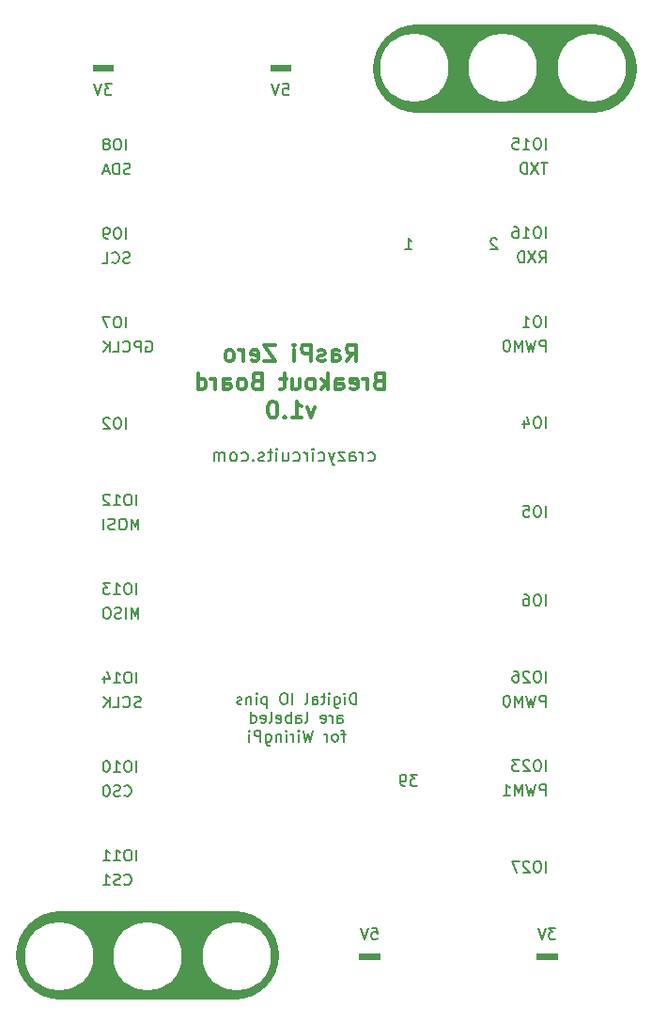
<source format=gbo>
%TF.GenerationSoftware,KiCad,Pcbnew,4.0.7-e2-6376~58~ubuntu16.04.1*%
%TF.CreationDate,2018-05-12T15:05:11-07:00*%
%TF.ProjectId,7x11-RasPi-Zero-Breakout,377831312D52617350692D5A65726F2D,1.0*%
%TF.FileFunction,Legend,Bot*%
%FSLAX46Y46*%
G04 Gerber Fmt 4.6, Leading zero omitted, Abs format (unit mm)*
G04 Created by KiCad (PCBNEW 4.0.7-e2-6376~58~ubuntu16.04.1) date Sat May 12 15:05:11 2018*
%MOMM*%
%LPD*%
G01*
G04 APERTURE LIST*
%ADD10C,0.350000*%
%ADD11C,0.152400*%
%ADD12C,0.300000*%
%ADD13C,8.000000*%
%ADD14C,0.600000*%
%ADD15C,0.177800*%
%ADD16C,0.150000*%
%ADD17C,6.152400*%
%ADD18R,1.879600X1.879600*%
%ADD19O,1.879600X1.879600*%
G04 APERTURE END LIST*
D10*
D11*
X36080095Y-98351219D02*
X36080095Y-97335219D01*
X35838190Y-97335219D01*
X35693048Y-97383600D01*
X35596286Y-97480362D01*
X35547905Y-97577124D01*
X35499524Y-97770648D01*
X35499524Y-97915790D01*
X35547905Y-98109314D01*
X35596286Y-98206076D01*
X35693048Y-98302838D01*
X35838190Y-98351219D01*
X36080095Y-98351219D01*
X35064095Y-98351219D02*
X35064095Y-97673886D01*
X35064095Y-97335219D02*
X35112476Y-97383600D01*
X35064095Y-97431981D01*
X35015714Y-97383600D01*
X35064095Y-97335219D01*
X35064095Y-97431981D01*
X34144857Y-97673886D02*
X34144857Y-98496362D01*
X34193238Y-98593124D01*
X34241619Y-98641505D01*
X34338380Y-98689886D01*
X34483523Y-98689886D01*
X34580285Y-98641505D01*
X34144857Y-98302838D02*
X34241619Y-98351219D01*
X34435142Y-98351219D01*
X34531904Y-98302838D01*
X34580285Y-98254457D01*
X34628666Y-98157695D01*
X34628666Y-97867410D01*
X34580285Y-97770648D01*
X34531904Y-97722267D01*
X34435142Y-97673886D01*
X34241619Y-97673886D01*
X34144857Y-97722267D01*
X33661047Y-98351219D02*
X33661047Y-97673886D01*
X33661047Y-97335219D02*
X33709428Y-97383600D01*
X33661047Y-97431981D01*
X33612666Y-97383600D01*
X33661047Y-97335219D01*
X33661047Y-97431981D01*
X33322380Y-97673886D02*
X32935332Y-97673886D01*
X33177237Y-97335219D02*
X33177237Y-98206076D01*
X33128856Y-98302838D01*
X33032094Y-98351219D01*
X32935332Y-98351219D01*
X32161238Y-98351219D02*
X32161238Y-97819029D01*
X32209619Y-97722267D01*
X32306381Y-97673886D01*
X32499904Y-97673886D01*
X32596666Y-97722267D01*
X32161238Y-98302838D02*
X32258000Y-98351219D01*
X32499904Y-98351219D01*
X32596666Y-98302838D01*
X32645047Y-98206076D01*
X32645047Y-98109314D01*
X32596666Y-98012552D01*
X32499904Y-97964171D01*
X32258000Y-97964171D01*
X32161238Y-97915790D01*
X31532285Y-98351219D02*
X31629047Y-98302838D01*
X31677428Y-98206076D01*
X31677428Y-97335219D01*
X30371143Y-98351219D02*
X30371143Y-97335219D01*
X29693809Y-97335219D02*
X29500286Y-97335219D01*
X29403524Y-97383600D01*
X29306762Y-97480362D01*
X29258381Y-97673886D01*
X29258381Y-98012552D01*
X29306762Y-98206076D01*
X29403524Y-98302838D01*
X29500286Y-98351219D01*
X29693809Y-98351219D01*
X29790571Y-98302838D01*
X29887333Y-98206076D01*
X29935714Y-98012552D01*
X29935714Y-97673886D01*
X29887333Y-97480362D01*
X29790571Y-97383600D01*
X29693809Y-97335219D01*
X28048857Y-97673886D02*
X28048857Y-98689886D01*
X28048857Y-97722267D02*
X27952095Y-97673886D01*
X27758572Y-97673886D01*
X27661810Y-97722267D01*
X27613429Y-97770648D01*
X27565048Y-97867410D01*
X27565048Y-98157695D01*
X27613429Y-98254457D01*
X27661810Y-98302838D01*
X27758572Y-98351219D01*
X27952095Y-98351219D01*
X28048857Y-98302838D01*
X27129619Y-98351219D02*
X27129619Y-97673886D01*
X27129619Y-97335219D02*
X27178000Y-97383600D01*
X27129619Y-97431981D01*
X27081238Y-97383600D01*
X27129619Y-97335219D01*
X27129619Y-97431981D01*
X26645809Y-97673886D02*
X26645809Y-98351219D01*
X26645809Y-97770648D02*
X26597428Y-97722267D01*
X26500666Y-97673886D01*
X26355524Y-97673886D01*
X26258762Y-97722267D01*
X26210381Y-97819029D01*
X26210381Y-98351219D01*
X25774952Y-98302838D02*
X25678190Y-98351219D01*
X25484666Y-98351219D01*
X25387905Y-98302838D01*
X25339524Y-98206076D01*
X25339524Y-98157695D01*
X25387905Y-98060933D01*
X25484666Y-98012552D01*
X25629809Y-98012552D01*
X25726571Y-97964171D01*
X25774952Y-97867410D01*
X25774952Y-97819029D01*
X25726571Y-97722267D01*
X25629809Y-97673886D01*
X25484666Y-97673886D01*
X25387905Y-97722267D01*
X34435142Y-100027619D02*
X34435142Y-99495429D01*
X34483523Y-99398667D01*
X34580285Y-99350286D01*
X34773808Y-99350286D01*
X34870570Y-99398667D01*
X34435142Y-99979238D02*
X34531904Y-100027619D01*
X34773808Y-100027619D01*
X34870570Y-99979238D01*
X34918951Y-99882476D01*
X34918951Y-99785714D01*
X34870570Y-99688952D01*
X34773808Y-99640571D01*
X34531904Y-99640571D01*
X34435142Y-99592190D01*
X33951332Y-100027619D02*
X33951332Y-99350286D01*
X33951332Y-99543810D02*
X33902951Y-99447048D01*
X33854570Y-99398667D01*
X33757808Y-99350286D01*
X33661047Y-99350286D01*
X32935333Y-99979238D02*
X33032095Y-100027619D01*
X33225618Y-100027619D01*
X33322380Y-99979238D01*
X33370761Y-99882476D01*
X33370761Y-99495429D01*
X33322380Y-99398667D01*
X33225618Y-99350286D01*
X33032095Y-99350286D01*
X32935333Y-99398667D01*
X32886952Y-99495429D01*
X32886952Y-99592190D01*
X33370761Y-99688952D01*
X31532285Y-100027619D02*
X31629047Y-99979238D01*
X31677428Y-99882476D01*
X31677428Y-99011619D01*
X30709810Y-100027619D02*
X30709810Y-99495429D01*
X30758191Y-99398667D01*
X30854953Y-99350286D01*
X31048476Y-99350286D01*
X31145238Y-99398667D01*
X30709810Y-99979238D02*
X30806572Y-100027619D01*
X31048476Y-100027619D01*
X31145238Y-99979238D01*
X31193619Y-99882476D01*
X31193619Y-99785714D01*
X31145238Y-99688952D01*
X31048476Y-99640571D01*
X30806572Y-99640571D01*
X30709810Y-99592190D01*
X30226000Y-100027619D02*
X30226000Y-99011619D01*
X30226000Y-99398667D02*
X30129238Y-99350286D01*
X29935715Y-99350286D01*
X29838953Y-99398667D01*
X29790572Y-99447048D01*
X29742191Y-99543810D01*
X29742191Y-99834095D01*
X29790572Y-99930857D01*
X29838953Y-99979238D01*
X29935715Y-100027619D01*
X30129238Y-100027619D01*
X30226000Y-99979238D01*
X28919715Y-99979238D02*
X29016477Y-100027619D01*
X29210000Y-100027619D01*
X29306762Y-99979238D01*
X29355143Y-99882476D01*
X29355143Y-99495429D01*
X29306762Y-99398667D01*
X29210000Y-99350286D01*
X29016477Y-99350286D01*
X28919715Y-99398667D01*
X28871334Y-99495429D01*
X28871334Y-99592190D01*
X29355143Y-99688952D01*
X28290762Y-100027619D02*
X28387524Y-99979238D01*
X28435905Y-99882476D01*
X28435905Y-99011619D01*
X27516668Y-99979238D02*
X27613430Y-100027619D01*
X27806953Y-100027619D01*
X27903715Y-99979238D01*
X27952096Y-99882476D01*
X27952096Y-99495429D01*
X27903715Y-99398667D01*
X27806953Y-99350286D01*
X27613430Y-99350286D01*
X27516668Y-99398667D01*
X27468287Y-99495429D01*
X27468287Y-99592190D01*
X27952096Y-99688952D01*
X26597430Y-100027619D02*
X26597430Y-99011619D01*
X26597430Y-99979238D02*
X26694192Y-100027619D01*
X26887715Y-100027619D01*
X26984477Y-99979238D01*
X27032858Y-99930857D01*
X27081239Y-99834095D01*
X27081239Y-99543810D01*
X27032858Y-99447048D01*
X26984477Y-99398667D01*
X26887715Y-99350286D01*
X26694192Y-99350286D01*
X26597430Y-99398667D01*
X35136666Y-101026686D02*
X34749618Y-101026686D01*
X34991523Y-101704019D02*
X34991523Y-100833162D01*
X34943142Y-100736400D01*
X34846380Y-100688019D01*
X34749618Y-100688019D01*
X34265809Y-101704019D02*
X34362571Y-101655638D01*
X34410952Y-101607257D01*
X34459333Y-101510495D01*
X34459333Y-101220210D01*
X34410952Y-101123448D01*
X34362571Y-101075067D01*
X34265809Y-101026686D01*
X34120667Y-101026686D01*
X34023905Y-101075067D01*
X33975524Y-101123448D01*
X33927143Y-101220210D01*
X33927143Y-101510495D01*
X33975524Y-101607257D01*
X34023905Y-101655638D01*
X34120667Y-101704019D01*
X34265809Y-101704019D01*
X33491714Y-101704019D02*
X33491714Y-101026686D01*
X33491714Y-101220210D02*
X33443333Y-101123448D01*
X33394952Y-101075067D01*
X33298190Y-101026686D01*
X33201429Y-101026686D01*
X32185429Y-100688019D02*
X31943524Y-101704019D01*
X31750001Y-100978305D01*
X31556477Y-101704019D01*
X31314572Y-100688019D01*
X30927524Y-101704019D02*
X30927524Y-101026686D01*
X30927524Y-100688019D02*
X30975905Y-100736400D01*
X30927524Y-100784781D01*
X30879143Y-100736400D01*
X30927524Y-100688019D01*
X30927524Y-100784781D01*
X30443714Y-101704019D02*
X30443714Y-101026686D01*
X30443714Y-101220210D02*
X30395333Y-101123448D01*
X30346952Y-101075067D01*
X30250190Y-101026686D01*
X30153429Y-101026686D01*
X29814762Y-101704019D02*
X29814762Y-101026686D01*
X29814762Y-100688019D02*
X29863143Y-100736400D01*
X29814762Y-100784781D01*
X29766381Y-100736400D01*
X29814762Y-100688019D01*
X29814762Y-100784781D01*
X29330952Y-101026686D02*
X29330952Y-101704019D01*
X29330952Y-101123448D02*
X29282571Y-101075067D01*
X29185809Y-101026686D01*
X29040667Y-101026686D01*
X28943905Y-101075067D01*
X28895524Y-101171829D01*
X28895524Y-101704019D01*
X27976286Y-101026686D02*
X27976286Y-101849162D01*
X28024667Y-101945924D01*
X28073048Y-101994305D01*
X28169809Y-102042686D01*
X28314952Y-102042686D01*
X28411714Y-101994305D01*
X27976286Y-101655638D02*
X28073048Y-101704019D01*
X28266571Y-101704019D01*
X28363333Y-101655638D01*
X28411714Y-101607257D01*
X28460095Y-101510495D01*
X28460095Y-101220210D01*
X28411714Y-101123448D01*
X28363333Y-101075067D01*
X28266571Y-101026686D01*
X28073048Y-101026686D01*
X27976286Y-101075067D01*
X27492476Y-101704019D02*
X27492476Y-100688019D01*
X27105429Y-100688019D01*
X27008667Y-100736400D01*
X26960286Y-100784781D01*
X26911905Y-100881543D01*
X26911905Y-101026686D01*
X26960286Y-101123448D01*
X27008667Y-101171829D01*
X27105429Y-101220210D01*
X27492476Y-101220210D01*
X26476476Y-101704019D02*
X26476476Y-101026686D01*
X26476476Y-100688019D02*
X26524857Y-100736400D01*
X26476476Y-100784781D01*
X26428095Y-100736400D01*
X26476476Y-100688019D01*
X26476476Y-100784781D01*
D12*
X35225999Y-67470571D02*
X35725999Y-66756286D01*
X36083142Y-67470571D02*
X36083142Y-65970571D01*
X35511714Y-65970571D01*
X35368856Y-66042000D01*
X35297428Y-66113429D01*
X35225999Y-66256286D01*
X35225999Y-66470571D01*
X35297428Y-66613429D01*
X35368856Y-66684857D01*
X35511714Y-66756286D01*
X36083142Y-66756286D01*
X33940285Y-67470571D02*
X33940285Y-66684857D01*
X34011714Y-66542000D01*
X34154571Y-66470571D01*
X34440285Y-66470571D01*
X34583142Y-66542000D01*
X33940285Y-67399143D02*
X34083142Y-67470571D01*
X34440285Y-67470571D01*
X34583142Y-67399143D01*
X34654571Y-67256286D01*
X34654571Y-67113429D01*
X34583142Y-66970571D01*
X34440285Y-66899143D01*
X34083142Y-66899143D01*
X33940285Y-66827714D01*
X33297428Y-67399143D02*
X33154571Y-67470571D01*
X32868856Y-67470571D01*
X32725999Y-67399143D01*
X32654571Y-67256286D01*
X32654571Y-67184857D01*
X32725999Y-67042000D01*
X32868856Y-66970571D01*
X33083142Y-66970571D01*
X33225999Y-66899143D01*
X33297428Y-66756286D01*
X33297428Y-66684857D01*
X33225999Y-66542000D01*
X33083142Y-66470571D01*
X32868856Y-66470571D01*
X32725999Y-66542000D01*
X32011713Y-67470571D02*
X32011713Y-65970571D01*
X31440285Y-65970571D01*
X31297427Y-66042000D01*
X31225999Y-66113429D01*
X31154570Y-66256286D01*
X31154570Y-66470571D01*
X31225999Y-66613429D01*
X31297427Y-66684857D01*
X31440285Y-66756286D01*
X32011713Y-66756286D01*
X30511713Y-67470571D02*
X30511713Y-66470571D01*
X30511713Y-65970571D02*
X30583142Y-66042000D01*
X30511713Y-66113429D01*
X30440285Y-66042000D01*
X30511713Y-65970571D01*
X30511713Y-66113429D01*
X28797427Y-65970571D02*
X27797427Y-65970571D01*
X28797427Y-67470571D01*
X27797427Y-67470571D01*
X26654571Y-67399143D02*
X26797428Y-67470571D01*
X27083142Y-67470571D01*
X27225999Y-67399143D01*
X27297428Y-67256286D01*
X27297428Y-66684857D01*
X27225999Y-66542000D01*
X27083142Y-66470571D01*
X26797428Y-66470571D01*
X26654571Y-66542000D01*
X26583142Y-66684857D01*
X26583142Y-66827714D01*
X27297428Y-66970571D01*
X25940285Y-67470571D02*
X25940285Y-66470571D01*
X25940285Y-66756286D02*
X25868857Y-66613429D01*
X25797428Y-66542000D01*
X25654571Y-66470571D01*
X25511714Y-66470571D01*
X24797428Y-67470571D02*
X24940286Y-67399143D01*
X25011714Y-67327714D01*
X25083143Y-67184857D01*
X25083143Y-66756286D01*
X25011714Y-66613429D01*
X24940286Y-66542000D01*
X24797428Y-66470571D01*
X24583143Y-66470571D01*
X24440286Y-66542000D01*
X24368857Y-66613429D01*
X24297428Y-66756286D01*
X24297428Y-67184857D01*
X24368857Y-67327714D01*
X24440286Y-67399143D01*
X24583143Y-67470571D01*
X24797428Y-67470571D01*
X38118857Y-69234857D02*
X37904571Y-69306286D01*
X37833143Y-69377714D01*
X37761714Y-69520571D01*
X37761714Y-69734857D01*
X37833143Y-69877714D01*
X37904571Y-69949143D01*
X38047429Y-70020571D01*
X38618857Y-70020571D01*
X38618857Y-68520571D01*
X38118857Y-68520571D01*
X37976000Y-68592000D01*
X37904571Y-68663429D01*
X37833143Y-68806286D01*
X37833143Y-68949143D01*
X37904571Y-69092000D01*
X37976000Y-69163429D01*
X38118857Y-69234857D01*
X38618857Y-69234857D01*
X37118857Y-70020571D02*
X37118857Y-69020571D01*
X37118857Y-69306286D02*
X37047429Y-69163429D01*
X36976000Y-69092000D01*
X36833143Y-69020571D01*
X36690286Y-69020571D01*
X35618858Y-69949143D02*
X35761715Y-70020571D01*
X36047429Y-70020571D01*
X36190286Y-69949143D01*
X36261715Y-69806286D01*
X36261715Y-69234857D01*
X36190286Y-69092000D01*
X36047429Y-69020571D01*
X35761715Y-69020571D01*
X35618858Y-69092000D01*
X35547429Y-69234857D01*
X35547429Y-69377714D01*
X36261715Y-69520571D01*
X34261715Y-70020571D02*
X34261715Y-69234857D01*
X34333144Y-69092000D01*
X34476001Y-69020571D01*
X34761715Y-69020571D01*
X34904572Y-69092000D01*
X34261715Y-69949143D02*
X34404572Y-70020571D01*
X34761715Y-70020571D01*
X34904572Y-69949143D01*
X34976001Y-69806286D01*
X34976001Y-69663429D01*
X34904572Y-69520571D01*
X34761715Y-69449143D01*
X34404572Y-69449143D01*
X34261715Y-69377714D01*
X33547429Y-70020571D02*
X33547429Y-68520571D01*
X33404572Y-69449143D02*
X32976001Y-70020571D01*
X32976001Y-69020571D02*
X33547429Y-69592000D01*
X32118857Y-70020571D02*
X32261715Y-69949143D01*
X32333143Y-69877714D01*
X32404572Y-69734857D01*
X32404572Y-69306286D01*
X32333143Y-69163429D01*
X32261715Y-69092000D01*
X32118857Y-69020571D01*
X31904572Y-69020571D01*
X31761715Y-69092000D01*
X31690286Y-69163429D01*
X31618857Y-69306286D01*
X31618857Y-69734857D01*
X31690286Y-69877714D01*
X31761715Y-69949143D01*
X31904572Y-70020571D01*
X32118857Y-70020571D01*
X30333143Y-69020571D02*
X30333143Y-70020571D01*
X30976000Y-69020571D02*
X30976000Y-69806286D01*
X30904572Y-69949143D01*
X30761714Y-70020571D01*
X30547429Y-70020571D01*
X30404572Y-69949143D01*
X30333143Y-69877714D01*
X29833143Y-69020571D02*
X29261714Y-69020571D01*
X29618857Y-68520571D02*
X29618857Y-69806286D01*
X29547429Y-69949143D01*
X29404571Y-70020571D01*
X29261714Y-70020571D01*
X27118857Y-69234857D02*
X26904571Y-69306286D01*
X26833143Y-69377714D01*
X26761714Y-69520571D01*
X26761714Y-69734857D01*
X26833143Y-69877714D01*
X26904571Y-69949143D01*
X27047429Y-70020571D01*
X27618857Y-70020571D01*
X27618857Y-68520571D01*
X27118857Y-68520571D01*
X26976000Y-68592000D01*
X26904571Y-68663429D01*
X26833143Y-68806286D01*
X26833143Y-68949143D01*
X26904571Y-69092000D01*
X26976000Y-69163429D01*
X27118857Y-69234857D01*
X27618857Y-69234857D01*
X25904571Y-70020571D02*
X26047429Y-69949143D01*
X26118857Y-69877714D01*
X26190286Y-69734857D01*
X26190286Y-69306286D01*
X26118857Y-69163429D01*
X26047429Y-69092000D01*
X25904571Y-69020571D01*
X25690286Y-69020571D01*
X25547429Y-69092000D01*
X25476000Y-69163429D01*
X25404571Y-69306286D01*
X25404571Y-69734857D01*
X25476000Y-69877714D01*
X25547429Y-69949143D01*
X25690286Y-70020571D01*
X25904571Y-70020571D01*
X24118857Y-70020571D02*
X24118857Y-69234857D01*
X24190286Y-69092000D01*
X24333143Y-69020571D01*
X24618857Y-69020571D01*
X24761714Y-69092000D01*
X24118857Y-69949143D02*
X24261714Y-70020571D01*
X24618857Y-70020571D01*
X24761714Y-69949143D01*
X24833143Y-69806286D01*
X24833143Y-69663429D01*
X24761714Y-69520571D01*
X24618857Y-69449143D01*
X24261714Y-69449143D01*
X24118857Y-69377714D01*
X23404571Y-70020571D02*
X23404571Y-69020571D01*
X23404571Y-69306286D02*
X23333143Y-69163429D01*
X23261714Y-69092000D01*
X23118857Y-69020571D01*
X22976000Y-69020571D01*
X21833143Y-70020571D02*
X21833143Y-68520571D01*
X21833143Y-69949143D02*
X21976000Y-70020571D01*
X22261714Y-70020571D01*
X22404572Y-69949143D01*
X22476000Y-69877714D01*
X22547429Y-69734857D01*
X22547429Y-69306286D01*
X22476000Y-69163429D01*
X22404572Y-69092000D01*
X22261714Y-69020571D01*
X21976000Y-69020571D01*
X21833143Y-69092000D01*
X32368856Y-71570571D02*
X32011713Y-72570571D01*
X31654571Y-71570571D01*
X30297428Y-72570571D02*
X31154571Y-72570571D01*
X30725999Y-72570571D02*
X30725999Y-71070571D01*
X30868856Y-71284857D01*
X31011714Y-71427714D01*
X31154571Y-71499143D01*
X29654571Y-72427714D02*
X29583143Y-72499143D01*
X29654571Y-72570571D01*
X29726000Y-72499143D01*
X29654571Y-72427714D01*
X29654571Y-72570571D01*
X28654571Y-71070571D02*
X28511714Y-71070571D01*
X28368857Y-71142000D01*
X28297428Y-71213429D01*
X28225999Y-71356286D01*
X28154571Y-71642000D01*
X28154571Y-71999143D01*
X28225999Y-72284857D01*
X28297428Y-72427714D01*
X28368857Y-72499143D01*
X28511714Y-72570571D01*
X28654571Y-72570571D01*
X28797428Y-72499143D01*
X28868857Y-72427714D01*
X28940285Y-72284857D01*
X29011714Y-71999143D01*
X29011714Y-71642000D01*
X28940285Y-71356286D01*
X28868857Y-71213429D01*
X28797428Y-71142000D01*
X28654571Y-71070571D01*
D13*
X41604000Y-41146000D02*
X57404000Y-41146000D01*
D14*
X24604000Y-41046000D02*
X33204000Y-41046000D01*
X8804000Y-41046000D02*
X17404000Y-41046000D01*
D13*
X25204000Y-120946000D02*
X9404000Y-120946000D01*
D14*
X42204000Y-121046000D02*
X33604000Y-121046000D01*
X58004000Y-121046000D02*
X49404000Y-121046000D01*
D15*
X37201928Y-76408643D02*
X37310785Y-76463071D01*
X37528499Y-76463071D01*
X37637357Y-76408643D01*
X37691785Y-76354214D01*
X37746214Y-76245357D01*
X37746214Y-75918786D01*
X37691785Y-75809929D01*
X37637357Y-75755500D01*
X37528499Y-75701071D01*
X37310785Y-75701071D01*
X37201928Y-75755500D01*
X36712071Y-76463071D02*
X36712071Y-75701071D01*
X36712071Y-75918786D02*
X36657643Y-75809929D01*
X36603214Y-75755500D01*
X36494357Y-75701071D01*
X36385500Y-75701071D01*
X35514643Y-76463071D02*
X35514643Y-75864357D01*
X35569072Y-75755500D01*
X35677929Y-75701071D01*
X35895643Y-75701071D01*
X36004500Y-75755500D01*
X35514643Y-76408643D02*
X35623500Y-76463071D01*
X35895643Y-76463071D01*
X36004500Y-76408643D01*
X36058929Y-76299786D01*
X36058929Y-76190929D01*
X36004500Y-76082071D01*
X35895643Y-76027643D01*
X35623500Y-76027643D01*
X35514643Y-75973214D01*
X35079214Y-75701071D02*
X34480500Y-75701071D01*
X35079214Y-76463071D01*
X34480500Y-76463071D01*
X34153928Y-75701071D02*
X33881785Y-76463071D01*
X33609643Y-75701071D02*
X33881785Y-76463071D01*
X33990643Y-76735214D01*
X34045071Y-76789643D01*
X34153928Y-76844071D01*
X32684357Y-76408643D02*
X32793214Y-76463071D01*
X33010928Y-76463071D01*
X33119786Y-76408643D01*
X33174214Y-76354214D01*
X33228643Y-76245357D01*
X33228643Y-75918786D01*
X33174214Y-75809929D01*
X33119786Y-75755500D01*
X33010928Y-75701071D01*
X32793214Y-75701071D01*
X32684357Y-75755500D01*
X32194500Y-76463071D02*
X32194500Y-75701071D01*
X32194500Y-75320071D02*
X32248929Y-75374500D01*
X32194500Y-75428929D01*
X32140072Y-75374500D01*
X32194500Y-75320071D01*
X32194500Y-75428929D01*
X31650214Y-76463071D02*
X31650214Y-75701071D01*
X31650214Y-75918786D02*
X31595786Y-75809929D01*
X31541357Y-75755500D01*
X31432500Y-75701071D01*
X31323643Y-75701071D01*
X30452786Y-76408643D02*
X30561643Y-76463071D01*
X30779357Y-76463071D01*
X30888215Y-76408643D01*
X30942643Y-76354214D01*
X30997072Y-76245357D01*
X30997072Y-75918786D01*
X30942643Y-75809929D01*
X30888215Y-75755500D01*
X30779357Y-75701071D01*
X30561643Y-75701071D01*
X30452786Y-75755500D01*
X29473072Y-75701071D02*
X29473072Y-76463071D01*
X29962929Y-75701071D02*
X29962929Y-76299786D01*
X29908501Y-76408643D01*
X29799643Y-76463071D01*
X29636358Y-76463071D01*
X29527501Y-76408643D01*
X29473072Y-76354214D01*
X28928786Y-76463071D02*
X28928786Y-75701071D01*
X28928786Y-75320071D02*
X28983215Y-75374500D01*
X28928786Y-75428929D01*
X28874358Y-75374500D01*
X28928786Y-75320071D01*
X28928786Y-75428929D01*
X28547786Y-75701071D02*
X28112357Y-75701071D01*
X28384500Y-75320071D02*
X28384500Y-76299786D01*
X28330072Y-76408643D01*
X28221214Y-76463071D01*
X28112357Y-76463071D01*
X27785786Y-76408643D02*
X27676929Y-76463071D01*
X27459214Y-76463071D01*
X27350357Y-76408643D01*
X27295929Y-76299786D01*
X27295929Y-76245357D01*
X27350357Y-76136500D01*
X27459214Y-76082071D01*
X27622500Y-76082071D01*
X27731357Y-76027643D01*
X27785786Y-75918786D01*
X27785786Y-75864357D01*
X27731357Y-75755500D01*
X27622500Y-75701071D01*
X27459214Y-75701071D01*
X27350357Y-75755500D01*
X26806071Y-76354214D02*
X26751643Y-76408643D01*
X26806071Y-76463071D01*
X26860500Y-76408643D01*
X26806071Y-76354214D01*
X26806071Y-76463071D01*
X25771928Y-76408643D02*
X25880785Y-76463071D01*
X26098499Y-76463071D01*
X26207357Y-76408643D01*
X26261785Y-76354214D01*
X26316214Y-76245357D01*
X26316214Y-75918786D01*
X26261785Y-75809929D01*
X26207357Y-75755500D01*
X26098499Y-75701071D01*
X25880785Y-75701071D01*
X25771928Y-75755500D01*
X25118785Y-76463071D02*
X25227643Y-76408643D01*
X25282071Y-76354214D01*
X25336500Y-76245357D01*
X25336500Y-75918786D01*
X25282071Y-75809929D01*
X25227643Y-75755500D01*
X25118785Y-75701071D01*
X24955500Y-75701071D01*
X24846643Y-75755500D01*
X24792214Y-75809929D01*
X24737785Y-75918786D01*
X24737785Y-76245357D01*
X24792214Y-76354214D01*
X24846643Y-76408643D01*
X24955500Y-76463071D01*
X25118785Y-76463071D01*
X24247928Y-76463071D02*
X24247928Y-75701071D01*
X24247928Y-75809929D02*
X24193500Y-75755500D01*
X24084642Y-75701071D01*
X23921357Y-75701071D01*
X23812500Y-75755500D01*
X23758071Y-75864357D01*
X23758071Y-76463071D01*
X23758071Y-75864357D02*
X23703642Y-75755500D01*
X23594785Y-75701071D01*
X23431500Y-75701071D01*
X23322642Y-75755500D01*
X23268214Y-75864357D01*
X23268214Y-76463071D01*
D16*
X37494476Y-118498381D02*
X37970667Y-118498381D01*
X38018286Y-118974571D01*
X37970667Y-118926952D01*
X37875429Y-118879333D01*
X37637333Y-118879333D01*
X37542095Y-118926952D01*
X37494476Y-118974571D01*
X37446857Y-119069810D01*
X37446857Y-119307905D01*
X37494476Y-119403143D01*
X37542095Y-119450762D01*
X37637333Y-119498381D01*
X37875429Y-119498381D01*
X37970667Y-119450762D01*
X38018286Y-119403143D01*
X37161143Y-118498381D02*
X36827810Y-119498381D01*
X36494476Y-118498381D01*
X15727810Y-50594548D02*
X15584953Y-50642167D01*
X15346857Y-50642167D01*
X15251619Y-50594548D01*
X15204000Y-50546929D01*
X15156381Y-50451691D01*
X15156381Y-50356453D01*
X15204000Y-50261215D01*
X15251619Y-50213596D01*
X15346857Y-50165976D01*
X15537334Y-50118357D01*
X15632572Y-50070738D01*
X15680191Y-50023119D01*
X15727810Y-49927881D01*
X15727810Y-49832643D01*
X15680191Y-49737405D01*
X15632572Y-49689786D01*
X15537334Y-49642167D01*
X15299238Y-49642167D01*
X15156381Y-49689786D01*
X14727810Y-50642167D02*
X14727810Y-49642167D01*
X14489715Y-49642167D01*
X14346857Y-49689786D01*
X14251619Y-49785024D01*
X14204000Y-49880262D01*
X14156381Y-50070738D01*
X14156381Y-50213596D01*
X14204000Y-50404072D01*
X14251619Y-50499310D01*
X14346857Y-50594548D01*
X14489715Y-50642167D01*
X14727810Y-50642167D01*
X13775429Y-50356453D02*
X13299238Y-50356453D01*
X13870667Y-50642167D02*
X13537334Y-49642167D01*
X13204000Y-50642167D01*
X15346857Y-48442167D02*
X15346857Y-47442167D01*
X14680191Y-47442167D02*
X14489714Y-47442167D01*
X14394476Y-47489786D01*
X14299238Y-47585024D01*
X14251619Y-47775500D01*
X14251619Y-48108834D01*
X14299238Y-48299310D01*
X14394476Y-48394548D01*
X14489714Y-48442167D01*
X14680191Y-48442167D01*
X14775429Y-48394548D01*
X14870667Y-48299310D01*
X14918286Y-48108834D01*
X14918286Y-47775500D01*
X14870667Y-47585024D01*
X14775429Y-47489786D01*
X14680191Y-47442167D01*
X13680191Y-47870738D02*
X13775429Y-47823119D01*
X13823048Y-47775500D01*
X13870667Y-47680262D01*
X13870667Y-47632643D01*
X13823048Y-47537405D01*
X13775429Y-47489786D01*
X13680191Y-47442167D01*
X13489714Y-47442167D01*
X13394476Y-47489786D01*
X13346857Y-47537405D01*
X13299238Y-47632643D01*
X13299238Y-47680262D01*
X13346857Y-47775500D01*
X13394476Y-47823119D01*
X13489714Y-47870738D01*
X13680191Y-47870738D01*
X13775429Y-47918357D01*
X13823048Y-47965976D01*
X13870667Y-48061215D01*
X13870667Y-48251691D01*
X13823048Y-48346929D01*
X13775429Y-48394548D01*
X13680191Y-48442167D01*
X13489714Y-48442167D01*
X13394476Y-48394548D01*
X13346857Y-48346929D01*
X13299238Y-48251691D01*
X13299238Y-48061215D01*
X13346857Y-47965976D01*
X13394476Y-47918357D01*
X13489714Y-47870738D01*
X15680190Y-58594548D02*
X15537333Y-58642167D01*
X15299237Y-58642167D01*
X15203999Y-58594548D01*
X15156380Y-58546929D01*
X15108761Y-58451691D01*
X15108761Y-58356453D01*
X15156380Y-58261215D01*
X15203999Y-58213596D01*
X15299237Y-58165976D01*
X15489714Y-58118357D01*
X15584952Y-58070738D01*
X15632571Y-58023119D01*
X15680190Y-57927881D01*
X15680190Y-57832643D01*
X15632571Y-57737405D01*
X15584952Y-57689786D01*
X15489714Y-57642167D01*
X15251618Y-57642167D01*
X15108761Y-57689786D01*
X14108761Y-58546929D02*
X14156380Y-58594548D01*
X14299237Y-58642167D01*
X14394475Y-58642167D01*
X14537333Y-58594548D01*
X14632571Y-58499310D01*
X14680190Y-58404072D01*
X14727809Y-58213596D01*
X14727809Y-58070738D01*
X14680190Y-57880262D01*
X14632571Y-57785024D01*
X14537333Y-57689786D01*
X14394475Y-57642167D01*
X14299237Y-57642167D01*
X14156380Y-57689786D01*
X14108761Y-57737405D01*
X13203999Y-58642167D02*
X13680190Y-58642167D01*
X13680190Y-57642167D01*
X15346857Y-73542167D02*
X15346857Y-72542167D01*
X14680191Y-72542167D02*
X14489714Y-72542167D01*
X14394476Y-72589786D01*
X14299238Y-72685024D01*
X14251619Y-72875500D01*
X14251619Y-73208834D01*
X14299238Y-73399310D01*
X14394476Y-73494548D01*
X14489714Y-73542167D01*
X14680191Y-73542167D01*
X14775429Y-73494548D01*
X14870667Y-73399310D01*
X14918286Y-73208834D01*
X14918286Y-72875500D01*
X14870667Y-72685024D01*
X14775429Y-72589786D01*
X14680191Y-72542167D01*
X13870667Y-72637405D02*
X13823048Y-72589786D01*
X13727810Y-72542167D01*
X13489714Y-72542167D01*
X13394476Y-72589786D01*
X13346857Y-72637405D01*
X13299238Y-72732643D01*
X13299238Y-72827881D01*
X13346857Y-72970738D01*
X13918286Y-73542167D01*
X13299238Y-73542167D01*
X15346857Y-56442167D02*
X15346857Y-55442167D01*
X14680191Y-55442167D02*
X14489714Y-55442167D01*
X14394476Y-55489786D01*
X14299238Y-55585024D01*
X14251619Y-55775500D01*
X14251619Y-56108834D01*
X14299238Y-56299310D01*
X14394476Y-56394548D01*
X14489714Y-56442167D01*
X14680191Y-56442167D01*
X14775429Y-56394548D01*
X14870667Y-56299310D01*
X14918286Y-56108834D01*
X14918286Y-55775500D01*
X14870667Y-55585024D01*
X14775429Y-55489786D01*
X14680191Y-55442167D01*
X13775429Y-56442167D02*
X13584953Y-56442167D01*
X13489714Y-56394548D01*
X13442095Y-56346929D01*
X13346857Y-56204072D01*
X13299238Y-56013596D01*
X13299238Y-55632643D01*
X13346857Y-55537405D01*
X13394476Y-55489786D01*
X13489714Y-55442167D01*
X13680191Y-55442167D01*
X13775429Y-55489786D01*
X13823048Y-55537405D01*
X13870667Y-55632643D01*
X13870667Y-55870738D01*
X13823048Y-55965976D01*
X13775429Y-56013596D01*
X13680191Y-56061215D01*
X13489714Y-56061215D01*
X13394476Y-56013596D01*
X13346857Y-55965976D01*
X13299238Y-55870738D01*
X15346857Y-64442167D02*
X15346857Y-63442167D01*
X14680191Y-63442167D02*
X14489714Y-63442167D01*
X14394476Y-63489786D01*
X14299238Y-63585024D01*
X14251619Y-63775500D01*
X14251619Y-64108834D01*
X14299238Y-64299310D01*
X14394476Y-64394548D01*
X14489714Y-64442167D01*
X14680191Y-64442167D01*
X14775429Y-64394548D01*
X14870667Y-64299310D01*
X14918286Y-64108834D01*
X14918286Y-63775500D01*
X14870667Y-63585024D01*
X14775429Y-63489786D01*
X14680191Y-63442167D01*
X13918286Y-63442167D02*
X13251619Y-63442167D01*
X13680191Y-64442167D01*
X17156381Y-65689786D02*
X17251619Y-65642167D01*
X17394476Y-65642167D01*
X17537334Y-65689786D01*
X17632572Y-65785024D01*
X17680191Y-65880262D01*
X17727810Y-66070738D01*
X17727810Y-66213596D01*
X17680191Y-66404072D01*
X17632572Y-66499310D01*
X17537334Y-66594548D01*
X17394476Y-66642167D01*
X17299238Y-66642167D01*
X17156381Y-66594548D01*
X17108762Y-66546929D01*
X17108762Y-66213596D01*
X17299238Y-66213596D01*
X16680191Y-66642167D02*
X16680191Y-65642167D01*
X16299238Y-65642167D01*
X16204000Y-65689786D01*
X16156381Y-65737405D01*
X16108762Y-65832643D01*
X16108762Y-65975500D01*
X16156381Y-66070738D01*
X16204000Y-66118357D01*
X16299238Y-66165976D01*
X16680191Y-66165976D01*
X15108762Y-66546929D02*
X15156381Y-66594548D01*
X15299238Y-66642167D01*
X15394476Y-66642167D01*
X15537334Y-66594548D01*
X15632572Y-66499310D01*
X15680191Y-66404072D01*
X15727810Y-66213596D01*
X15727810Y-66070738D01*
X15680191Y-65880262D01*
X15632572Y-65785024D01*
X15537334Y-65689786D01*
X15394476Y-65642167D01*
X15299238Y-65642167D01*
X15156381Y-65689786D01*
X15108762Y-65737405D01*
X14204000Y-66642167D02*
X14680191Y-66642167D01*
X14680191Y-65642167D01*
X13870667Y-66642167D02*
X13870667Y-65642167D01*
X13299238Y-66642167D02*
X13727810Y-66070738D01*
X13299238Y-65642167D02*
X13870667Y-66213596D01*
X15204000Y-106546929D02*
X15251619Y-106594548D01*
X15394476Y-106642167D01*
X15489714Y-106642167D01*
X15632572Y-106594548D01*
X15727810Y-106499310D01*
X15775429Y-106404072D01*
X15823048Y-106213596D01*
X15823048Y-106070738D01*
X15775429Y-105880262D01*
X15727810Y-105785024D01*
X15632572Y-105689786D01*
X15489714Y-105642167D01*
X15394476Y-105642167D01*
X15251619Y-105689786D01*
X15204000Y-105737405D01*
X14823048Y-106594548D02*
X14680191Y-106642167D01*
X14442095Y-106642167D01*
X14346857Y-106594548D01*
X14299238Y-106546929D01*
X14251619Y-106451691D01*
X14251619Y-106356453D01*
X14299238Y-106261215D01*
X14346857Y-106213596D01*
X14442095Y-106165976D01*
X14632572Y-106118357D01*
X14727810Y-106070738D01*
X14775429Y-106023119D01*
X14823048Y-105927881D01*
X14823048Y-105832643D01*
X14775429Y-105737405D01*
X14727810Y-105689786D01*
X14632572Y-105642167D01*
X14394476Y-105642167D01*
X14251619Y-105689786D01*
X13632572Y-105642167D02*
X13537333Y-105642167D01*
X13442095Y-105689786D01*
X13394476Y-105737405D01*
X13346857Y-105832643D01*
X13299238Y-106023119D01*
X13299238Y-106261215D01*
X13346857Y-106451691D01*
X13394476Y-106546929D01*
X13442095Y-106594548D01*
X13537333Y-106642167D01*
X13632572Y-106642167D01*
X13727810Y-106594548D01*
X13775429Y-106546929D01*
X13823048Y-106451691D01*
X13870667Y-106261215D01*
X13870667Y-106023119D01*
X13823048Y-105832643D01*
X13775429Y-105737405D01*
X13727810Y-105689786D01*
X13632572Y-105642167D01*
X16299237Y-112442167D02*
X16299237Y-111442167D01*
X15632571Y-111442167D02*
X15442094Y-111442167D01*
X15346856Y-111489786D01*
X15251618Y-111585024D01*
X15203999Y-111775500D01*
X15203999Y-112108834D01*
X15251618Y-112299310D01*
X15346856Y-112394548D01*
X15442094Y-112442167D01*
X15632571Y-112442167D01*
X15727809Y-112394548D01*
X15823047Y-112299310D01*
X15870666Y-112108834D01*
X15870666Y-111775500D01*
X15823047Y-111585024D01*
X15727809Y-111489786D01*
X15632571Y-111442167D01*
X14251618Y-112442167D02*
X14823047Y-112442167D01*
X14537333Y-112442167D02*
X14537333Y-111442167D01*
X14632571Y-111585024D01*
X14727809Y-111680262D01*
X14823047Y-111727881D01*
X13299237Y-112442167D02*
X13870666Y-112442167D01*
X13584952Y-112442167D02*
X13584952Y-111442167D01*
X13680190Y-111585024D01*
X13775428Y-111680262D01*
X13870666Y-111727881D01*
X16299237Y-104442167D02*
X16299237Y-103442167D01*
X15632571Y-103442167D02*
X15442094Y-103442167D01*
X15346856Y-103489786D01*
X15251618Y-103585024D01*
X15203999Y-103775500D01*
X15203999Y-104108834D01*
X15251618Y-104299310D01*
X15346856Y-104394548D01*
X15442094Y-104442167D01*
X15632571Y-104442167D01*
X15727809Y-104394548D01*
X15823047Y-104299310D01*
X15870666Y-104108834D01*
X15870666Y-103775500D01*
X15823047Y-103585024D01*
X15727809Y-103489786D01*
X15632571Y-103442167D01*
X14251618Y-104442167D02*
X14823047Y-104442167D01*
X14537333Y-104442167D02*
X14537333Y-103442167D01*
X14632571Y-103585024D01*
X14727809Y-103680262D01*
X14823047Y-103727881D01*
X13632571Y-103442167D02*
X13537332Y-103442167D01*
X13442094Y-103489786D01*
X13394475Y-103537405D01*
X13346856Y-103632643D01*
X13299237Y-103823119D01*
X13299237Y-104061215D01*
X13346856Y-104251691D01*
X13394475Y-104346929D01*
X13442094Y-104394548D01*
X13537332Y-104442167D01*
X13632571Y-104442167D01*
X13727809Y-104394548D01*
X13775428Y-104346929D01*
X13823047Y-104251691D01*
X13870666Y-104061215D01*
X13870666Y-103823119D01*
X13823047Y-103632643D01*
X13775428Y-103537405D01*
X13727809Y-103489786D01*
X13632571Y-103442167D01*
X15204000Y-114546929D02*
X15251619Y-114594548D01*
X15394476Y-114642167D01*
X15489714Y-114642167D01*
X15632572Y-114594548D01*
X15727810Y-114499310D01*
X15775429Y-114404072D01*
X15823048Y-114213596D01*
X15823048Y-114070738D01*
X15775429Y-113880262D01*
X15727810Y-113785024D01*
X15632572Y-113689786D01*
X15489714Y-113642167D01*
X15394476Y-113642167D01*
X15251619Y-113689786D01*
X15204000Y-113737405D01*
X14823048Y-114594548D02*
X14680191Y-114642167D01*
X14442095Y-114642167D01*
X14346857Y-114594548D01*
X14299238Y-114546929D01*
X14251619Y-114451691D01*
X14251619Y-114356453D01*
X14299238Y-114261215D01*
X14346857Y-114213596D01*
X14442095Y-114165976D01*
X14632572Y-114118357D01*
X14727810Y-114070738D01*
X14775429Y-114023119D01*
X14823048Y-113927881D01*
X14823048Y-113832643D01*
X14775429Y-113737405D01*
X14727810Y-113689786D01*
X14632572Y-113642167D01*
X14394476Y-113642167D01*
X14251619Y-113689786D01*
X13299238Y-114642167D02*
X13870667Y-114642167D01*
X13584953Y-114642167D02*
X13584953Y-113642167D01*
X13680191Y-113785024D01*
X13775429Y-113880262D01*
X13870667Y-113927881D01*
X16299237Y-80442167D02*
X16299237Y-79442167D01*
X15632571Y-79442167D02*
X15442094Y-79442167D01*
X15346856Y-79489786D01*
X15251618Y-79585024D01*
X15203999Y-79775500D01*
X15203999Y-80108834D01*
X15251618Y-80299310D01*
X15346856Y-80394548D01*
X15442094Y-80442167D01*
X15632571Y-80442167D01*
X15727809Y-80394548D01*
X15823047Y-80299310D01*
X15870666Y-80108834D01*
X15870666Y-79775500D01*
X15823047Y-79585024D01*
X15727809Y-79489786D01*
X15632571Y-79442167D01*
X14251618Y-80442167D02*
X14823047Y-80442167D01*
X14537333Y-80442167D02*
X14537333Y-79442167D01*
X14632571Y-79585024D01*
X14727809Y-79680262D01*
X14823047Y-79727881D01*
X13870666Y-79537405D02*
X13823047Y-79489786D01*
X13727809Y-79442167D01*
X13489713Y-79442167D01*
X13394475Y-79489786D01*
X13346856Y-79537405D01*
X13299237Y-79632643D01*
X13299237Y-79727881D01*
X13346856Y-79870738D01*
X13918285Y-80442167D01*
X13299237Y-80442167D01*
X16299237Y-88442167D02*
X16299237Y-87442167D01*
X15632571Y-87442167D02*
X15442094Y-87442167D01*
X15346856Y-87489786D01*
X15251618Y-87585024D01*
X15203999Y-87775500D01*
X15203999Y-88108834D01*
X15251618Y-88299310D01*
X15346856Y-88394548D01*
X15442094Y-88442167D01*
X15632571Y-88442167D01*
X15727809Y-88394548D01*
X15823047Y-88299310D01*
X15870666Y-88108834D01*
X15870666Y-87775500D01*
X15823047Y-87585024D01*
X15727809Y-87489786D01*
X15632571Y-87442167D01*
X14251618Y-88442167D02*
X14823047Y-88442167D01*
X14537333Y-88442167D02*
X14537333Y-87442167D01*
X14632571Y-87585024D01*
X14727809Y-87680262D01*
X14823047Y-87727881D01*
X13918285Y-87442167D02*
X13299237Y-87442167D01*
X13632571Y-87823119D01*
X13489713Y-87823119D01*
X13394475Y-87870738D01*
X13346856Y-87918357D01*
X13299237Y-88013596D01*
X13299237Y-88251691D01*
X13346856Y-88346929D01*
X13394475Y-88394548D01*
X13489713Y-88442167D01*
X13775428Y-88442167D01*
X13870666Y-88394548D01*
X13918285Y-88346929D01*
X16299237Y-96442167D02*
X16299237Y-95442167D01*
X15632571Y-95442167D02*
X15442094Y-95442167D01*
X15346856Y-95489786D01*
X15251618Y-95585024D01*
X15203999Y-95775500D01*
X15203999Y-96108834D01*
X15251618Y-96299310D01*
X15346856Y-96394548D01*
X15442094Y-96442167D01*
X15632571Y-96442167D01*
X15727809Y-96394548D01*
X15823047Y-96299310D01*
X15870666Y-96108834D01*
X15870666Y-95775500D01*
X15823047Y-95585024D01*
X15727809Y-95489786D01*
X15632571Y-95442167D01*
X14251618Y-96442167D02*
X14823047Y-96442167D01*
X14537333Y-96442167D02*
X14537333Y-95442167D01*
X14632571Y-95585024D01*
X14727809Y-95680262D01*
X14823047Y-95727881D01*
X13394475Y-95775500D02*
X13394475Y-96442167D01*
X13632571Y-95394548D02*
X13870666Y-96108834D01*
X13251618Y-96108834D01*
X16489713Y-82642167D02*
X16489713Y-81642167D01*
X16156379Y-82356453D01*
X15823046Y-81642167D01*
X15823046Y-82642167D01*
X15156380Y-81642167D02*
X14965903Y-81642167D01*
X14870665Y-81689786D01*
X14775427Y-81785024D01*
X14727808Y-81975500D01*
X14727808Y-82308834D01*
X14775427Y-82499310D01*
X14870665Y-82594548D01*
X14965903Y-82642167D01*
X15156380Y-82642167D01*
X15251618Y-82594548D01*
X15346856Y-82499310D01*
X15394475Y-82308834D01*
X15394475Y-81975500D01*
X15346856Y-81785024D01*
X15251618Y-81689786D01*
X15156380Y-81642167D01*
X14346856Y-82594548D02*
X14203999Y-82642167D01*
X13965903Y-82642167D01*
X13870665Y-82594548D01*
X13823046Y-82546929D01*
X13775427Y-82451691D01*
X13775427Y-82356453D01*
X13823046Y-82261215D01*
X13870665Y-82213596D01*
X13965903Y-82165976D01*
X14156380Y-82118357D01*
X14251618Y-82070738D01*
X14299237Y-82023119D01*
X14346856Y-81927881D01*
X14346856Y-81832643D01*
X14299237Y-81737405D01*
X14251618Y-81689786D01*
X14156380Y-81642167D01*
X13918284Y-81642167D01*
X13775427Y-81689786D01*
X13346856Y-82642167D02*
X13346856Y-81642167D01*
X16489713Y-90642167D02*
X16489713Y-89642167D01*
X16156379Y-90356453D01*
X15823046Y-89642167D01*
X15823046Y-90642167D01*
X15346856Y-90642167D02*
X15346856Y-89642167D01*
X14918285Y-90594548D02*
X14775428Y-90642167D01*
X14537332Y-90642167D01*
X14442094Y-90594548D01*
X14394475Y-90546929D01*
X14346856Y-90451691D01*
X14346856Y-90356453D01*
X14394475Y-90261215D01*
X14442094Y-90213596D01*
X14537332Y-90165976D01*
X14727809Y-90118357D01*
X14823047Y-90070738D01*
X14870666Y-90023119D01*
X14918285Y-89927881D01*
X14918285Y-89832643D01*
X14870666Y-89737405D01*
X14823047Y-89689786D01*
X14727809Y-89642167D01*
X14489713Y-89642167D01*
X14346856Y-89689786D01*
X13727809Y-89642167D02*
X13537332Y-89642167D01*
X13442094Y-89689786D01*
X13346856Y-89785024D01*
X13299237Y-89975500D01*
X13299237Y-90308834D01*
X13346856Y-90499310D01*
X13442094Y-90594548D01*
X13537332Y-90642167D01*
X13727809Y-90642167D01*
X13823047Y-90594548D01*
X13918285Y-90499310D01*
X13965904Y-90308834D01*
X13965904Y-89975500D01*
X13918285Y-89785024D01*
X13823047Y-89689786D01*
X13727809Y-89642167D01*
X16680190Y-98594548D02*
X16537333Y-98642167D01*
X16299237Y-98642167D01*
X16203999Y-98594548D01*
X16156380Y-98546929D01*
X16108761Y-98451691D01*
X16108761Y-98356453D01*
X16156380Y-98261215D01*
X16203999Y-98213596D01*
X16299237Y-98165976D01*
X16489714Y-98118357D01*
X16584952Y-98070738D01*
X16632571Y-98023119D01*
X16680190Y-97927881D01*
X16680190Y-97832643D01*
X16632571Y-97737405D01*
X16584952Y-97689786D01*
X16489714Y-97642167D01*
X16251618Y-97642167D01*
X16108761Y-97689786D01*
X15108761Y-98546929D02*
X15156380Y-98594548D01*
X15299237Y-98642167D01*
X15394475Y-98642167D01*
X15537333Y-98594548D01*
X15632571Y-98499310D01*
X15680190Y-98404072D01*
X15727809Y-98213596D01*
X15727809Y-98070738D01*
X15680190Y-97880262D01*
X15632571Y-97785024D01*
X15537333Y-97689786D01*
X15394475Y-97642167D01*
X15299237Y-97642167D01*
X15156380Y-97689786D01*
X15108761Y-97737405D01*
X14203999Y-98642167D02*
X14680190Y-98642167D01*
X14680190Y-97642167D01*
X13870666Y-98642167D02*
X13870666Y-97642167D01*
X13299237Y-98642167D02*
X13727809Y-98070738D01*
X13299237Y-97642167D02*
X13870666Y-98213596D01*
X53184516Y-106574517D02*
X53184516Y-105574517D01*
X52803563Y-105574517D01*
X52708325Y-105622136D01*
X52660706Y-105669755D01*
X52613087Y-105764993D01*
X52613087Y-105907850D01*
X52660706Y-106003088D01*
X52708325Y-106050707D01*
X52803563Y-106098326D01*
X53184516Y-106098326D01*
X52279754Y-105574517D02*
X52041659Y-106574517D01*
X51851182Y-105860231D01*
X51660706Y-106574517D01*
X51422611Y-105574517D01*
X51041659Y-106574517D02*
X51041659Y-105574517D01*
X50708325Y-106288803D01*
X50374992Y-105574517D01*
X50374992Y-106574517D01*
X49374992Y-106574517D02*
X49946421Y-106574517D01*
X49660707Y-106574517D02*
X49660707Y-105574517D01*
X49755945Y-105717374D01*
X49851183Y-105812612D01*
X49946421Y-105860231D01*
X53184516Y-98574517D02*
X53184516Y-97574517D01*
X52803563Y-97574517D01*
X52708325Y-97622136D01*
X52660706Y-97669755D01*
X52613087Y-97764993D01*
X52613087Y-97907850D01*
X52660706Y-98003088D01*
X52708325Y-98050707D01*
X52803563Y-98098326D01*
X53184516Y-98098326D01*
X52279754Y-97574517D02*
X52041659Y-98574517D01*
X51851182Y-97860231D01*
X51660706Y-98574517D01*
X51422611Y-97574517D01*
X51041659Y-98574517D02*
X51041659Y-97574517D01*
X50708325Y-98288803D01*
X50374992Y-97574517D01*
X50374992Y-98574517D01*
X49708326Y-97574517D02*
X49613087Y-97574517D01*
X49517849Y-97622136D01*
X49470230Y-97669755D01*
X49422611Y-97764993D01*
X49374992Y-97955469D01*
X49374992Y-98193565D01*
X49422611Y-98384041D01*
X49470230Y-98479279D01*
X49517849Y-98526898D01*
X49613087Y-98574517D01*
X49708326Y-98574517D01*
X49803564Y-98526898D01*
X49851183Y-98479279D01*
X49898802Y-98384041D01*
X49946421Y-98193565D01*
X49946421Y-97955469D01*
X49898802Y-97764993D01*
X49851183Y-97669755D01*
X49803564Y-97622136D01*
X49708326Y-97574517D01*
X53184517Y-89474517D02*
X53184517Y-88474517D01*
X52517851Y-88474517D02*
X52327374Y-88474517D01*
X52232136Y-88522136D01*
X52136898Y-88617374D01*
X52089279Y-88807850D01*
X52089279Y-89141184D01*
X52136898Y-89331660D01*
X52232136Y-89426898D01*
X52327374Y-89474517D01*
X52517851Y-89474517D01*
X52613089Y-89426898D01*
X52708327Y-89331660D01*
X52755946Y-89141184D01*
X52755946Y-88807850D01*
X52708327Y-88617374D01*
X52613089Y-88522136D01*
X52517851Y-88474517D01*
X51232136Y-88474517D02*
X51422613Y-88474517D01*
X51517851Y-88522136D01*
X51565470Y-88569755D01*
X51660708Y-88712612D01*
X51708327Y-88903088D01*
X51708327Y-89284041D01*
X51660708Y-89379279D01*
X51613089Y-89426898D01*
X51517851Y-89474517D01*
X51327374Y-89474517D01*
X51232136Y-89426898D01*
X51184517Y-89379279D01*
X51136898Y-89284041D01*
X51136898Y-89045946D01*
X51184517Y-88950707D01*
X51232136Y-88903088D01*
X51327374Y-88855469D01*
X51517851Y-88855469D01*
X51613089Y-88903088D01*
X51660708Y-88950707D01*
X51708327Y-89045946D01*
X53184516Y-96374517D02*
X53184516Y-95374517D01*
X52517850Y-95374517D02*
X52327373Y-95374517D01*
X52232135Y-95422136D01*
X52136897Y-95517374D01*
X52089278Y-95707850D01*
X52089278Y-96041184D01*
X52136897Y-96231660D01*
X52232135Y-96326898D01*
X52327373Y-96374517D01*
X52517850Y-96374517D01*
X52613088Y-96326898D01*
X52708326Y-96231660D01*
X52755945Y-96041184D01*
X52755945Y-95707850D01*
X52708326Y-95517374D01*
X52613088Y-95422136D01*
X52517850Y-95374517D01*
X51708326Y-95469755D02*
X51660707Y-95422136D01*
X51565469Y-95374517D01*
X51327373Y-95374517D01*
X51232135Y-95422136D01*
X51184516Y-95469755D01*
X51136897Y-95564993D01*
X51136897Y-95660231D01*
X51184516Y-95803088D01*
X51755945Y-96374517D01*
X51136897Y-96374517D01*
X50279754Y-95374517D02*
X50470231Y-95374517D01*
X50565469Y-95422136D01*
X50613088Y-95469755D01*
X50708326Y-95612612D01*
X50755945Y-95803088D01*
X50755945Y-96184041D01*
X50708326Y-96279279D01*
X50660707Y-96326898D01*
X50565469Y-96374517D01*
X50374992Y-96374517D01*
X50279754Y-96326898D01*
X50232135Y-96279279D01*
X50184516Y-96184041D01*
X50184516Y-95945946D01*
X50232135Y-95850707D01*
X50279754Y-95803088D01*
X50374992Y-95755469D01*
X50565469Y-95755469D01*
X50660707Y-95803088D01*
X50708326Y-95850707D01*
X50755945Y-95945946D01*
X53184516Y-104374517D02*
X53184516Y-103374517D01*
X52517850Y-103374517D02*
X52327373Y-103374517D01*
X52232135Y-103422136D01*
X52136897Y-103517374D01*
X52089278Y-103707850D01*
X52089278Y-104041184D01*
X52136897Y-104231660D01*
X52232135Y-104326898D01*
X52327373Y-104374517D01*
X52517850Y-104374517D01*
X52613088Y-104326898D01*
X52708326Y-104231660D01*
X52755945Y-104041184D01*
X52755945Y-103707850D01*
X52708326Y-103517374D01*
X52613088Y-103422136D01*
X52517850Y-103374517D01*
X51708326Y-103469755D02*
X51660707Y-103422136D01*
X51565469Y-103374517D01*
X51327373Y-103374517D01*
X51232135Y-103422136D01*
X51184516Y-103469755D01*
X51136897Y-103564993D01*
X51136897Y-103660231D01*
X51184516Y-103803088D01*
X51755945Y-104374517D01*
X51136897Y-104374517D01*
X50803564Y-103374517D02*
X50184516Y-103374517D01*
X50517850Y-103755469D01*
X50374992Y-103755469D01*
X50279754Y-103803088D01*
X50232135Y-103850707D01*
X50184516Y-103945946D01*
X50184516Y-104184041D01*
X50232135Y-104279279D01*
X50279754Y-104326898D01*
X50374992Y-104374517D01*
X50660707Y-104374517D01*
X50755945Y-104326898D01*
X50803564Y-104279279D01*
X53184517Y-81474517D02*
X53184517Y-80474517D01*
X52517851Y-80474517D02*
X52327374Y-80474517D01*
X52232136Y-80522136D01*
X52136898Y-80617374D01*
X52089279Y-80807850D01*
X52089279Y-81141184D01*
X52136898Y-81331660D01*
X52232136Y-81426898D01*
X52327374Y-81474517D01*
X52517851Y-81474517D01*
X52613089Y-81426898D01*
X52708327Y-81331660D01*
X52755946Y-81141184D01*
X52755946Y-80807850D01*
X52708327Y-80617374D01*
X52613089Y-80522136D01*
X52517851Y-80474517D01*
X51184517Y-80474517D02*
X51660708Y-80474517D01*
X51708327Y-80950707D01*
X51660708Y-80903088D01*
X51565470Y-80855469D01*
X51327374Y-80855469D01*
X51232136Y-80903088D01*
X51184517Y-80950707D01*
X51136898Y-81045946D01*
X51136898Y-81284041D01*
X51184517Y-81379279D01*
X51232136Y-81426898D01*
X51327374Y-81474517D01*
X51565470Y-81474517D01*
X51660708Y-81426898D01*
X51708327Y-81379279D01*
X52613087Y-58574517D02*
X52946421Y-58098326D01*
X53184516Y-58574517D02*
X53184516Y-57574517D01*
X52803563Y-57574517D01*
X52708325Y-57622136D01*
X52660706Y-57669755D01*
X52613087Y-57764993D01*
X52613087Y-57907850D01*
X52660706Y-58003088D01*
X52708325Y-58050707D01*
X52803563Y-58098326D01*
X53184516Y-58098326D01*
X52279754Y-57574517D02*
X51613087Y-58574517D01*
X51613087Y-57574517D02*
X52279754Y-58574517D01*
X51232135Y-58574517D02*
X51232135Y-57574517D01*
X50994040Y-57574517D01*
X50851182Y-57622136D01*
X50755944Y-57717374D01*
X50708325Y-57812612D01*
X50660706Y-58003088D01*
X50660706Y-58145946D01*
X50708325Y-58336422D01*
X50755944Y-58431660D01*
X50851182Y-58526898D01*
X50994040Y-58574517D01*
X51232135Y-58574517D01*
X53184516Y-66574517D02*
X53184516Y-65574517D01*
X52803563Y-65574517D01*
X52708325Y-65622136D01*
X52660706Y-65669755D01*
X52613087Y-65764993D01*
X52613087Y-65907850D01*
X52660706Y-66003088D01*
X52708325Y-66050707D01*
X52803563Y-66098326D01*
X53184516Y-66098326D01*
X52279754Y-65574517D02*
X52041659Y-66574517D01*
X51851182Y-65860231D01*
X51660706Y-66574517D01*
X51422611Y-65574517D01*
X51041659Y-66574517D02*
X51041659Y-65574517D01*
X50708325Y-66288803D01*
X50374992Y-65574517D01*
X50374992Y-66574517D01*
X49708326Y-65574517D02*
X49613087Y-65574517D01*
X49517849Y-65622136D01*
X49470230Y-65669755D01*
X49422611Y-65764993D01*
X49374992Y-65955469D01*
X49374992Y-66193565D01*
X49422611Y-66384041D01*
X49470230Y-66479279D01*
X49517849Y-66526898D01*
X49613087Y-66574517D01*
X49708326Y-66574517D01*
X49803564Y-66526898D01*
X49851183Y-66479279D01*
X49898802Y-66384041D01*
X49946421Y-66193565D01*
X49946421Y-65955469D01*
X49898802Y-65764993D01*
X49851183Y-65669755D01*
X49803564Y-65622136D01*
X49708326Y-65574517D01*
X53184517Y-64374517D02*
X53184517Y-63374517D01*
X52517851Y-63374517D02*
X52327374Y-63374517D01*
X52232136Y-63422136D01*
X52136898Y-63517374D01*
X52089279Y-63707850D01*
X52089279Y-64041184D01*
X52136898Y-64231660D01*
X52232136Y-64326898D01*
X52327374Y-64374517D01*
X52517851Y-64374517D01*
X52613089Y-64326898D01*
X52708327Y-64231660D01*
X52755946Y-64041184D01*
X52755946Y-63707850D01*
X52708327Y-63517374D01*
X52613089Y-63422136D01*
X52517851Y-63374517D01*
X51136898Y-64374517D02*
X51708327Y-64374517D01*
X51422613Y-64374517D02*
X51422613Y-63374517D01*
X51517851Y-63517374D01*
X51613089Y-63612612D01*
X51708327Y-63660231D01*
X53184517Y-73474517D02*
X53184517Y-72474517D01*
X52517851Y-72474517D02*
X52327374Y-72474517D01*
X52232136Y-72522136D01*
X52136898Y-72617374D01*
X52089279Y-72807850D01*
X52089279Y-73141184D01*
X52136898Y-73331660D01*
X52232136Y-73426898D01*
X52327374Y-73474517D01*
X52517851Y-73474517D01*
X52613089Y-73426898D01*
X52708327Y-73331660D01*
X52755946Y-73141184D01*
X52755946Y-72807850D01*
X52708327Y-72617374D01*
X52613089Y-72522136D01*
X52517851Y-72474517D01*
X51232136Y-72807850D02*
X51232136Y-73474517D01*
X51470232Y-72426898D02*
X51708327Y-73141184D01*
X51089279Y-73141184D01*
X53184516Y-48374517D02*
X53184516Y-47374517D01*
X52517850Y-47374517D02*
X52327373Y-47374517D01*
X52232135Y-47422136D01*
X52136897Y-47517374D01*
X52089278Y-47707850D01*
X52089278Y-48041184D01*
X52136897Y-48231660D01*
X52232135Y-48326898D01*
X52327373Y-48374517D01*
X52517850Y-48374517D01*
X52613088Y-48326898D01*
X52708326Y-48231660D01*
X52755945Y-48041184D01*
X52755945Y-47707850D01*
X52708326Y-47517374D01*
X52613088Y-47422136D01*
X52517850Y-47374517D01*
X51136897Y-48374517D02*
X51708326Y-48374517D01*
X51422612Y-48374517D02*
X51422612Y-47374517D01*
X51517850Y-47517374D01*
X51613088Y-47612612D01*
X51708326Y-47660231D01*
X50232135Y-47374517D02*
X50708326Y-47374517D01*
X50755945Y-47850707D01*
X50708326Y-47803088D01*
X50613088Y-47755469D01*
X50374992Y-47755469D01*
X50279754Y-47803088D01*
X50232135Y-47850707D01*
X50184516Y-47945946D01*
X50184516Y-48184041D01*
X50232135Y-48279279D01*
X50279754Y-48326898D01*
X50374992Y-48374517D01*
X50613088Y-48374517D01*
X50708326Y-48326898D01*
X50755945Y-48279279D01*
X53327374Y-49574517D02*
X52755945Y-49574517D01*
X53041660Y-50574517D02*
X53041660Y-49574517D01*
X52517850Y-49574517D02*
X51851183Y-50574517D01*
X51851183Y-49574517D02*
X52517850Y-50574517D01*
X51470231Y-50574517D02*
X51470231Y-49574517D01*
X51232136Y-49574517D01*
X51089278Y-49622136D01*
X50994040Y-49717374D01*
X50946421Y-49812612D01*
X50898802Y-50003088D01*
X50898802Y-50145946D01*
X50946421Y-50336422D01*
X50994040Y-50431660D01*
X51089278Y-50526898D01*
X51232136Y-50574517D01*
X51470231Y-50574517D01*
X53184516Y-56374517D02*
X53184516Y-55374517D01*
X52517850Y-55374517D02*
X52327373Y-55374517D01*
X52232135Y-55422136D01*
X52136897Y-55517374D01*
X52089278Y-55707850D01*
X52089278Y-56041184D01*
X52136897Y-56231660D01*
X52232135Y-56326898D01*
X52327373Y-56374517D01*
X52517850Y-56374517D01*
X52613088Y-56326898D01*
X52708326Y-56231660D01*
X52755945Y-56041184D01*
X52755945Y-55707850D01*
X52708326Y-55517374D01*
X52613088Y-55422136D01*
X52517850Y-55374517D01*
X51136897Y-56374517D02*
X51708326Y-56374517D01*
X51422612Y-56374517D02*
X51422612Y-55374517D01*
X51517850Y-55517374D01*
X51613088Y-55612612D01*
X51708326Y-55660231D01*
X50279754Y-55374517D02*
X50470231Y-55374517D01*
X50565469Y-55422136D01*
X50613088Y-55469755D01*
X50708326Y-55612612D01*
X50755945Y-55803088D01*
X50755945Y-56184041D01*
X50708326Y-56279279D01*
X50660707Y-56326898D01*
X50565469Y-56374517D01*
X50374992Y-56374517D01*
X50279754Y-56326898D01*
X50232135Y-56279279D01*
X50184516Y-56184041D01*
X50184516Y-55945946D01*
X50232135Y-55850707D01*
X50279754Y-55803088D01*
X50374992Y-55755469D01*
X50565469Y-55755469D01*
X50660707Y-55803088D01*
X50708326Y-55850707D01*
X50755945Y-55945946D01*
X53184516Y-113474517D02*
X53184516Y-112474517D01*
X52517850Y-112474517D02*
X52327373Y-112474517D01*
X52232135Y-112522136D01*
X52136897Y-112617374D01*
X52089278Y-112807850D01*
X52089278Y-113141184D01*
X52136897Y-113331660D01*
X52232135Y-113426898D01*
X52327373Y-113474517D01*
X52517850Y-113474517D01*
X52613088Y-113426898D01*
X52708326Y-113331660D01*
X52755945Y-113141184D01*
X52755945Y-112807850D01*
X52708326Y-112617374D01*
X52613088Y-112522136D01*
X52517850Y-112474517D01*
X51708326Y-112569755D02*
X51660707Y-112522136D01*
X51565469Y-112474517D01*
X51327373Y-112474517D01*
X51232135Y-112522136D01*
X51184516Y-112569755D01*
X51136897Y-112664993D01*
X51136897Y-112760231D01*
X51184516Y-112903088D01*
X51755945Y-113474517D01*
X51136897Y-113474517D01*
X50803564Y-112474517D02*
X50136897Y-112474517D01*
X50565469Y-113474517D01*
X14065905Y-42498381D02*
X13446857Y-42498381D01*
X13780191Y-42879333D01*
X13637333Y-42879333D01*
X13542095Y-42926952D01*
X13494476Y-42974571D01*
X13446857Y-43069810D01*
X13446857Y-43307905D01*
X13494476Y-43403143D01*
X13542095Y-43450762D01*
X13637333Y-43498381D01*
X13923048Y-43498381D01*
X14018286Y-43450762D01*
X14065905Y-43403143D01*
X13161143Y-42498381D02*
X12827810Y-43498381D01*
X12494476Y-42498381D01*
X29494476Y-42498381D02*
X29970667Y-42498381D01*
X30018286Y-42974571D01*
X29970667Y-42926952D01*
X29875429Y-42879333D01*
X29637333Y-42879333D01*
X29542095Y-42926952D01*
X29494476Y-42974571D01*
X29446857Y-43069810D01*
X29446857Y-43307905D01*
X29494476Y-43403143D01*
X29542095Y-43450762D01*
X29637333Y-43498381D01*
X29875429Y-43498381D01*
X29970667Y-43450762D01*
X30018286Y-43403143D01*
X29161143Y-42498381D02*
X28827810Y-43498381D01*
X28494476Y-42498381D01*
X54065905Y-118498381D02*
X53446857Y-118498381D01*
X53780191Y-118879333D01*
X53637333Y-118879333D01*
X53542095Y-118926952D01*
X53494476Y-118974571D01*
X53446857Y-119069810D01*
X53446857Y-119307905D01*
X53494476Y-119403143D01*
X53542095Y-119450762D01*
X53637333Y-119498381D01*
X53923048Y-119498381D01*
X54018286Y-119450762D01*
X54065905Y-119403143D01*
X53161143Y-118498381D02*
X52827810Y-119498381D01*
X52494476Y-118498381D01*
X48789714Y-56493619D02*
X48742095Y-56446000D01*
X48646857Y-56398381D01*
X48408761Y-56398381D01*
X48313523Y-56446000D01*
X48265904Y-56493619D01*
X48218285Y-56588857D01*
X48218285Y-56684095D01*
X48265904Y-56826952D01*
X48837333Y-57398381D01*
X48218285Y-57398381D01*
X41613524Y-104698381D02*
X40994476Y-104698381D01*
X41327810Y-105079333D01*
X41184952Y-105079333D01*
X41089714Y-105126952D01*
X41042095Y-105174571D01*
X40994476Y-105269810D01*
X40994476Y-105507905D01*
X41042095Y-105603143D01*
X41089714Y-105650762D01*
X41184952Y-105698381D01*
X41470667Y-105698381D01*
X41565905Y-105650762D01*
X41613524Y-105603143D01*
X40518286Y-105698381D02*
X40327810Y-105698381D01*
X40232571Y-105650762D01*
X40184952Y-105603143D01*
X40089714Y-105460286D01*
X40042095Y-105269810D01*
X40042095Y-104888857D01*
X40089714Y-104793619D01*
X40137333Y-104746000D01*
X40232571Y-104698381D01*
X40423048Y-104698381D01*
X40518286Y-104746000D01*
X40565905Y-104793619D01*
X40613524Y-104888857D01*
X40613524Y-105126952D01*
X40565905Y-105222190D01*
X40518286Y-105269810D01*
X40423048Y-105317429D01*
X40232571Y-105317429D01*
X40137333Y-105269810D01*
X40089714Y-105222190D01*
X40042095Y-105126952D01*
X40518285Y-57398381D02*
X41089714Y-57398381D01*
X40804000Y-57398381D02*
X40804000Y-56398381D01*
X40899238Y-56541238D01*
X40994476Y-56636476D01*
X41089714Y-56684095D01*
%LPC*%
D17*
X57304000Y-81046000D03*
X57303000Y-73046000D03*
X57303000Y-57046000D03*
X57303000Y-89046000D03*
X57303000Y-49046000D03*
X57303000Y-65046000D03*
X57304000Y-97046000D03*
X57304000Y-105046000D03*
X57303000Y-41046000D03*
X49304000Y-41046000D03*
X25304000Y-41046000D03*
X17304000Y-41046000D03*
X25304000Y-121046000D03*
X17304000Y-121046000D03*
X57303000Y-121046000D03*
X41304000Y-121046000D03*
X9304000Y-121046000D03*
X9304000Y-105046000D03*
X9304000Y-97046000D03*
X9304000Y-89046000D03*
X9304000Y-81046000D03*
X9304000Y-73046000D03*
X9304000Y-65046000D03*
X9304000Y-57046000D03*
X9304000Y-49046000D03*
X9304000Y-41046000D03*
X57304000Y-113046000D03*
X9304000Y-113046000D03*
X33304000Y-41046000D03*
X33304000Y-121046000D03*
X41304000Y-41046000D03*
X49304000Y-121046000D03*
D18*
X43434000Y-56896000D03*
D19*
X45974000Y-56896000D03*
X43434000Y-59436000D03*
X45974000Y-59436000D03*
X43434000Y-61976000D03*
X45974000Y-61976000D03*
X43434000Y-64516000D03*
X45974000Y-64516000D03*
X43434000Y-67056000D03*
X45974000Y-67056000D03*
X43434000Y-69596000D03*
X45974000Y-69596000D03*
X43434000Y-72136000D03*
X45974000Y-72136000D03*
X43434000Y-74676000D03*
X45974000Y-74676000D03*
X43434000Y-77216000D03*
X45974000Y-77216000D03*
X43434000Y-79756000D03*
X45974000Y-79756000D03*
X43434000Y-82296000D03*
X45974000Y-82296000D03*
X43434000Y-84836000D03*
X45974000Y-84836000D03*
X43434000Y-87376000D03*
X45974000Y-87376000D03*
X43434000Y-89916000D03*
X45974000Y-89916000D03*
X43434000Y-92456000D03*
X45974000Y-92456000D03*
X43434000Y-94996000D03*
X45974000Y-94996000D03*
X43434000Y-97536000D03*
X45974000Y-97536000D03*
X43434000Y-100076000D03*
X45974000Y-100076000D03*
X43434000Y-102616000D03*
X45974000Y-102616000D03*
X43434000Y-105156000D03*
X45974000Y-105156000D03*
M02*

</source>
